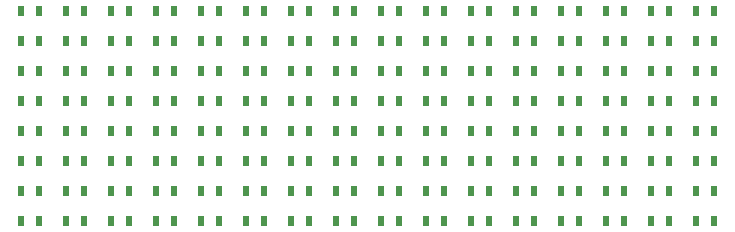
<source format=gbr>
G04 EAGLE Gerber RS-274X export*
G75*
%MOMM*%
%FSLAX34Y34*%
%LPD*%
%INSolderpaste Bottom*%
%IPPOS*%
%AMOC8*
5,1,8,0,0,1.08239X$1,22.5*%
G01*
G04 Define Apertures*
%ADD10R,0.611800X0.911800*%
D10*
X947300Y393700D03*
X932300Y393700D03*
X566300Y266700D03*
X551300Y266700D03*
X528200Y266700D03*
X513200Y266700D03*
X490100Y266700D03*
X475100Y266700D03*
X1061600Y241300D03*
X1046600Y241300D03*
X1023500Y241300D03*
X1008500Y241300D03*
X985400Y241300D03*
X970400Y241300D03*
X947300Y241300D03*
X932300Y241300D03*
X909200Y241300D03*
X894200Y241300D03*
X871100Y241300D03*
X856100Y241300D03*
X833000Y241300D03*
X818000Y241300D03*
X909200Y393700D03*
X894200Y393700D03*
X794900Y241300D03*
X779900Y241300D03*
X756800Y241300D03*
X741800Y241300D03*
X718700Y241300D03*
X703700Y241300D03*
X680600Y241300D03*
X665600Y241300D03*
X642500Y241300D03*
X627500Y241300D03*
X604400Y241300D03*
X589400Y241300D03*
X566300Y241300D03*
X551300Y241300D03*
X528200Y241300D03*
X513200Y241300D03*
X490100Y241300D03*
X475100Y241300D03*
X1061600Y215900D03*
X1046600Y215900D03*
X871100Y393700D03*
X856100Y393700D03*
X1023500Y215900D03*
X1008500Y215900D03*
X985400Y215900D03*
X970400Y215900D03*
X947300Y215900D03*
X932300Y215900D03*
X909200Y215900D03*
X894200Y215900D03*
X871100Y215900D03*
X856100Y215900D03*
X833000Y215900D03*
X818000Y215900D03*
X794900Y215900D03*
X779900Y215900D03*
X756800Y215900D03*
X741800Y215900D03*
X718700Y215900D03*
X703700Y215900D03*
X680600Y215900D03*
X665600Y215900D03*
X833000Y393700D03*
X818000Y393700D03*
X642500Y215900D03*
X627500Y215900D03*
X604400Y215900D03*
X589400Y215900D03*
X566300Y215900D03*
X551300Y215900D03*
X528200Y215900D03*
X513200Y215900D03*
X490100Y215900D03*
X475100Y215900D03*
X794900Y393700D03*
X779900Y393700D03*
X756800Y393700D03*
X741800Y393700D03*
X718700Y393700D03*
X703700Y393700D03*
X680600Y393700D03*
X665600Y393700D03*
X642500Y393700D03*
X627500Y393700D03*
X604400Y393700D03*
X589400Y393700D03*
X566300Y393700D03*
X551300Y393700D03*
X528200Y393700D03*
X513200Y393700D03*
X490100Y393700D03*
X475100Y393700D03*
X1061600Y368300D03*
X1046600Y368300D03*
X1023500Y368300D03*
X1008500Y368300D03*
X985400Y368300D03*
X970400Y368300D03*
X947300Y368300D03*
X932300Y368300D03*
X909200Y368300D03*
X894200Y368300D03*
X871100Y368300D03*
X856100Y368300D03*
X833000Y368300D03*
X818000Y368300D03*
X1061600Y393700D03*
X1046600Y393700D03*
X794900Y368300D03*
X779900Y368300D03*
X756800Y368300D03*
X741800Y368300D03*
X718700Y368300D03*
X703700Y368300D03*
X680600Y368300D03*
X665600Y368300D03*
X642500Y368300D03*
X627500Y368300D03*
X604400Y368300D03*
X589400Y368300D03*
X566300Y368300D03*
X551300Y368300D03*
X528200Y368300D03*
X513200Y368300D03*
X490100Y368300D03*
X475100Y368300D03*
X1061600Y342900D03*
X1046600Y342900D03*
X1023500Y342900D03*
X1008500Y342900D03*
X985400Y342900D03*
X970400Y342900D03*
X947300Y342900D03*
X932300Y342900D03*
X909200Y342900D03*
X894200Y342900D03*
X871100Y342900D03*
X856100Y342900D03*
X833000Y342900D03*
X818000Y342900D03*
X794900Y342900D03*
X779900Y342900D03*
X756800Y342900D03*
X741800Y342900D03*
X718700Y342900D03*
X703700Y342900D03*
X680600Y342900D03*
X665600Y342900D03*
X642500Y342900D03*
X627500Y342900D03*
X604400Y342900D03*
X589400Y342900D03*
X566300Y342900D03*
X551300Y342900D03*
X528200Y342900D03*
X513200Y342900D03*
X490100Y342900D03*
X475100Y342900D03*
X1061600Y317500D03*
X1046600Y317500D03*
X1023500Y317500D03*
X1008500Y317500D03*
X985400Y317500D03*
X970400Y317500D03*
X947300Y317500D03*
X932300Y317500D03*
X909200Y317500D03*
X894200Y317500D03*
X871100Y317500D03*
X856100Y317500D03*
X833000Y317500D03*
X818000Y317500D03*
X794900Y317500D03*
X779900Y317500D03*
X756800Y317500D03*
X741800Y317500D03*
X718700Y317500D03*
X703700Y317500D03*
X680600Y317500D03*
X665600Y317500D03*
X642500Y317500D03*
X627500Y317500D03*
X604400Y317500D03*
X589400Y317500D03*
X566300Y317500D03*
X551300Y317500D03*
X528200Y317500D03*
X513200Y317500D03*
X490100Y317500D03*
X475100Y317500D03*
X1061600Y292100D03*
X1046600Y292100D03*
X1023500Y292100D03*
X1008500Y292100D03*
X985400Y292100D03*
X970400Y292100D03*
X947300Y292100D03*
X932300Y292100D03*
X909200Y292100D03*
X894200Y292100D03*
X871100Y292100D03*
X856100Y292100D03*
X833000Y292100D03*
X818000Y292100D03*
X794900Y292100D03*
X779900Y292100D03*
X756800Y292100D03*
X741800Y292100D03*
X1023500Y393700D03*
X1008500Y393700D03*
X718700Y292100D03*
X703700Y292100D03*
X680600Y292100D03*
X665600Y292100D03*
X642500Y292100D03*
X627500Y292100D03*
X604400Y292100D03*
X589400Y292100D03*
X566300Y292100D03*
X551300Y292100D03*
X528200Y292100D03*
X513200Y292100D03*
X490100Y292100D03*
X475100Y292100D03*
X1061600Y266700D03*
X1046600Y266700D03*
X1023500Y266700D03*
X1008500Y266700D03*
X985400Y266700D03*
X970400Y266700D03*
X985400Y393700D03*
X970400Y393700D03*
X947300Y266700D03*
X932300Y266700D03*
X909200Y266700D03*
X894200Y266700D03*
X871100Y266700D03*
X856100Y266700D03*
X833000Y266700D03*
X818000Y266700D03*
X794900Y266700D03*
X779900Y266700D03*
X756800Y266700D03*
X741800Y266700D03*
X718700Y266700D03*
X703700Y266700D03*
X680600Y266700D03*
X665600Y266700D03*
X642500Y266700D03*
X627500Y266700D03*
X604400Y266700D03*
X589400Y266700D03*
M02*

</source>
